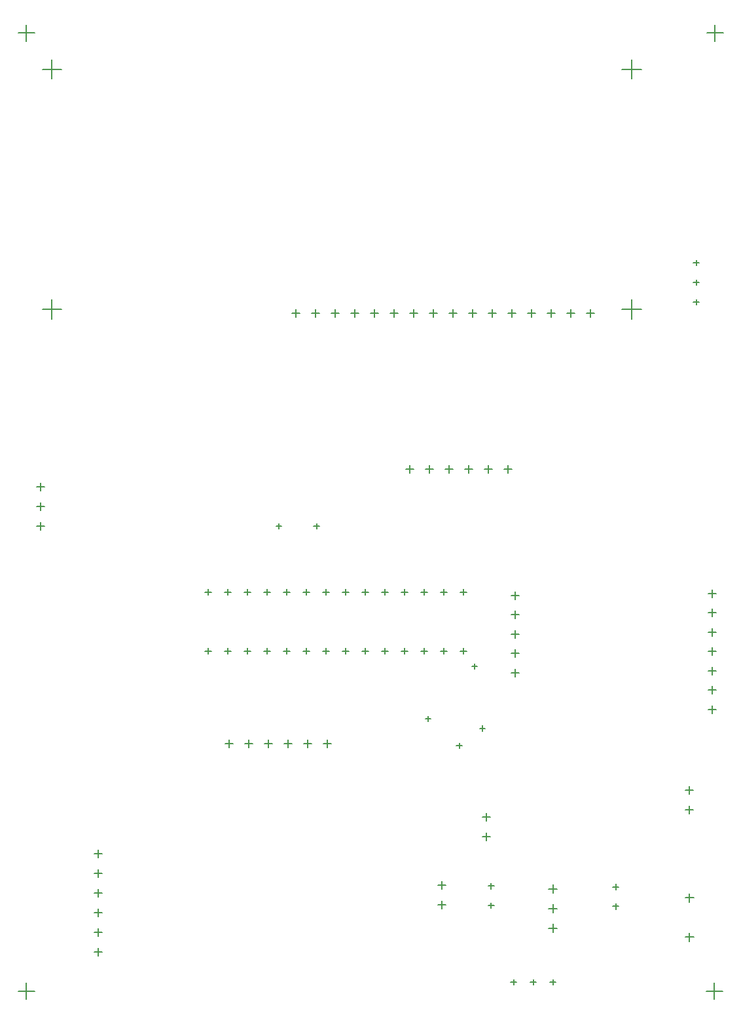
<source format=gbr>
%TF.GenerationSoftware,Altium Limited,Altium Designer,25.6.2 (33)*%
G04 Layer_Color=128*
%FSLAX45Y45*%
%MOMM*%
%TF.SameCoordinates,D625FAC1-649B-4139-A42B-0E7AE4161345*%
%TF.FilePolarity,Positive*%
%TF.FileFunction,Drillmap*%
%TF.Part,Single*%
G01*
G75*
%TA.AperFunction,NonConductor*%
%ADD45C,0.12700*%
D45*
X195000Y12660000D02*
X405000D01*
X300000Y12555000D02*
Y12765000D01*
X195000Y280000D02*
X405000D01*
X300000Y175000D02*
Y385000D01*
X9095000Y280000D02*
X9305000D01*
X9200000Y175000D02*
Y385000D01*
X6477800Y7023100D02*
X6577800D01*
X6527800Y6973100D02*
Y7073100D01*
X6574401Y4393810D02*
X6674401D01*
X6624401Y4343810D02*
Y4443810D01*
X6529500Y9042600D02*
X6629500D01*
X6579500Y8992600D02*
Y9092600D01*
X7545500Y9042600D02*
X7645500D01*
X7595500Y8992600D02*
Y9092600D01*
X431600Y6794500D02*
X533600D01*
X482600Y6743500D02*
Y6845500D01*
X8825000Y2621000D02*
X8925000D01*
X8875000Y2571000D02*
Y2671000D01*
X4138300Y5435600D02*
X4218300D01*
X4178300Y5395600D02*
Y5475600D01*
X4392300Y4673600D02*
X4472300D01*
X4432300Y4633600D02*
Y4713600D01*
X6200000Y2529000D02*
X6300000D01*
X6250000Y2479000D02*
Y2579000D01*
X7887300Y1375600D02*
X7962300D01*
X7924800Y1338100D02*
Y1413100D01*
X6274400Y1636300D02*
X6349400D01*
X6311900Y1598800D02*
Y1673800D01*
X8822300Y977900D02*
X8932300D01*
X8877300Y922900D02*
Y1032900D01*
X6822500Y393700D02*
X6893500D01*
X6858000Y358200D02*
Y429200D01*
X8930700Y9182100D02*
X9001700D01*
X8966200Y9146600D02*
Y9217600D01*
X1180900Y787400D02*
X1282900D01*
X1231900Y736400D02*
Y838400D01*
X4141000Y3479800D02*
X4241000D01*
X4191000Y3429800D02*
Y3529800D01*
X506500Y12192600D02*
X756500D01*
X631500Y12067600D02*
Y12317600D01*
X8006500Y12192600D02*
X8256500D01*
X8131500Y12067600D02*
Y12317600D01*
X8006500Y9092600D02*
X8256500D01*
X8131500Y8967600D02*
Y9217600D01*
X506500Y9092600D02*
X756500D01*
X631500Y8967600D02*
Y9217600D01*
X3735500Y9042600D02*
X3835500D01*
X3785500Y8992600D02*
Y9092600D01*
X3989500Y9042600D02*
X4089500D01*
X4039500Y8992600D02*
Y9092600D01*
X4243500Y9042600D02*
X4343500D01*
X4293500Y8992600D02*
Y9092600D01*
X4497500Y9042600D02*
X4597500D01*
X4547500Y8992600D02*
Y9092600D01*
X4751500Y9042600D02*
X4851500D01*
X4801500Y8992600D02*
Y9092600D01*
X5005500Y9042600D02*
X5105500D01*
X5055500Y8992600D02*
Y9092600D01*
X5259500Y9042600D02*
X5359500D01*
X5309500Y8992600D02*
Y9092600D01*
X5513500Y9042600D02*
X5613500D01*
X5563500Y8992600D02*
Y9092600D01*
X5767500Y9042600D02*
X5867500D01*
X5817500Y8992600D02*
Y9092600D01*
X6021500Y9042600D02*
X6121500D01*
X6071500Y8992600D02*
Y9092600D01*
X6275500Y9042600D02*
X6375500D01*
X6325500Y8992600D02*
Y9092600D01*
X6783500Y9042600D02*
X6883500D01*
X6833500Y8992600D02*
Y9092600D01*
X7037500Y9042600D02*
X7137500D01*
X7087500Y8992600D02*
Y9092600D01*
X7291500Y9042600D02*
X7391500D01*
X7341500Y8992600D02*
Y9092600D01*
X8930700Y9436100D02*
X9001700D01*
X8966200Y9400600D02*
Y9471600D01*
X3376300Y5435600D02*
X3456300D01*
X3416300Y5395600D02*
Y5475600D01*
X5154300Y5435600D02*
X5234300D01*
X5194300Y5395600D02*
Y5475600D01*
X3122300Y5435600D02*
X3202300D01*
X3162300Y5395600D02*
Y5475600D01*
X4900300Y5435600D02*
X4980300D01*
X4940300Y5395600D02*
Y5475600D01*
X8930700Y9690100D02*
X9001700D01*
X8966200Y9654600D02*
Y9725600D01*
X5969800Y7023100D02*
X6069800D01*
X6019800Y6973100D02*
Y7073100D01*
X6574401Y4643811D02*
X6674401D01*
X6624401Y4593811D02*
Y4693811D01*
X5625900Y1651000D02*
X5727900D01*
X5676900Y1600000D02*
Y1702000D01*
X4392300Y5435600D02*
X4472300D01*
X4432300Y5395600D02*
Y5475600D01*
X431608Y6286492D02*
X533608D01*
X482608Y6235492D02*
Y6337492D01*
X3887000Y3479800D02*
X3987000D01*
X3937000Y3429800D02*
Y3529800D01*
X1180900Y1041400D02*
X1282900D01*
X1231900Y990400D02*
Y1092400D01*
X2868300Y5435600D02*
X2948300D01*
X2908300Y5395600D02*
Y5475600D01*
X4646300Y5435600D02*
X4726300D01*
X4686300Y5395600D02*
Y5475600D01*
X9105000Y12660000D02*
X9315000D01*
X9210000Y12555000D02*
Y12765000D01*
X5916300Y5435600D02*
X5996300D01*
X5956300Y5395600D02*
Y5475600D01*
X5662300Y5435600D02*
X5742300D01*
X5702300Y5395600D02*
Y5475600D01*
X5408300Y5435600D02*
X5488300D01*
X5448300Y5395600D02*
Y5475600D01*
X3884300Y5435600D02*
X3964300D01*
X3924300Y5395600D02*
Y5475600D01*
X3630300Y5435600D02*
X3710300D01*
X3670300Y5395600D02*
Y5475600D01*
X2614300Y5435600D02*
X2694300D01*
X2654300Y5395600D02*
Y5475600D01*
X5916300Y4673600D02*
X5996300D01*
X5956300Y4633600D02*
Y4713600D01*
X5662300Y4673600D02*
X5742300D01*
X5702300Y4633600D02*
Y4713600D01*
X5408300Y4673600D02*
X5488300D01*
X5448300Y4633600D02*
Y4713600D01*
X5154300Y4673600D02*
X5234300D01*
X5194300Y4633600D02*
Y4713600D01*
X4900300Y4673600D02*
X4980300D01*
X4940300Y4633600D02*
Y4713600D01*
X4646300Y4673600D02*
X4726300D01*
X4686300Y4633600D02*
Y4713600D01*
X4138300Y4673600D02*
X4218300D01*
X4178300Y4633600D02*
Y4713600D01*
X3884300Y4673600D02*
X3964300D01*
X3924300Y4633600D02*
Y4713600D01*
X3630300Y4673600D02*
X3710300D01*
X3670300Y4633600D02*
Y4713600D01*
X3376300Y4673600D02*
X3456300D01*
X3416300Y4633600D02*
Y4713600D01*
X3122300Y4673600D02*
X3202300D01*
X3162300Y4633600D02*
Y4713600D01*
X2868300Y4673600D02*
X2948300D01*
X2908300Y4633600D02*
Y4713600D01*
X2614300Y4673600D02*
X2694300D01*
X2654300Y4633600D02*
Y4713600D01*
X6574401Y4893804D02*
X6674401D01*
X6624401Y4843804D02*
Y4943804D01*
X1180900Y1295400D02*
X1282900D01*
X1231900Y1244400D02*
Y1346400D01*
X3125003Y3479801D02*
X3225003D01*
X3175003Y3429801D02*
Y3529800D01*
X5715800Y7023100D02*
X5815800D01*
X5765800Y6973100D02*
Y7073100D01*
X3532000Y6286500D02*
X3600000D01*
X3566000Y6252500D02*
Y6320500D01*
X1180900Y1549400D02*
X1282900D01*
X1231900Y1498400D02*
Y1600400D01*
X2871003Y3479801D02*
X2971003D01*
X2921003Y3429801D02*
Y3529800D01*
X431600Y6540500D02*
X533600D01*
X482600Y6489500D02*
Y6591500D01*
X3633000Y3479800D02*
X3733000D01*
X3683000Y3429800D02*
Y3529800D01*
X1180900Y1803400D02*
X1282900D01*
X1231900Y1752400D02*
Y1854400D01*
X3379000Y3479800D02*
X3479000D01*
X3429000Y3429800D02*
Y3529800D01*
X1180900Y2057400D02*
X1282900D01*
X1231900Y2006400D02*
Y2108400D01*
X6574401Y5143797D02*
X6674401D01*
X6624401Y5093797D02*
Y5193797D01*
X4020000Y6286500D02*
X4088000D01*
X4054000Y6252500D02*
Y6320500D01*
X5461803Y7023101D02*
X5561803D01*
X5511803Y6973101D02*
Y7073100D01*
X7054500Y1600200D02*
X7169500D01*
X7112000Y1542700D02*
Y1657700D01*
X7054500Y1346200D02*
X7169500D01*
X7112000Y1288700D02*
Y1403700D01*
X7054500Y1092200D02*
X7169500D01*
X7112000Y1034700D02*
Y1149700D01*
X7887300Y1625600D02*
X7962300D01*
X7924800Y1588100D02*
Y1663100D01*
X8822300Y1485900D02*
X8932300D01*
X8877300Y1430900D02*
Y1540900D01*
X6274400Y1386300D02*
X6349400D01*
X6311900Y1348800D02*
Y1423800D01*
X5625900Y1397000D02*
X5727900D01*
X5676900Y1346000D02*
Y1448000D01*
X7076500Y393700D02*
X7147500D01*
X7112000Y358200D02*
Y429200D01*
X6568500Y393700D02*
X6639500D01*
X6604000Y358200D02*
Y429200D01*
X6200000Y2275000D02*
X6300000D01*
X6250000Y2225000D02*
Y2325000D01*
X8825000Y2875000D02*
X8925000D01*
X8875000Y2825000D02*
Y2925000D01*
X9124399Y3918810D02*
X9224399D01*
X9174399Y3868810D02*
Y3968809D01*
X9124399Y4168811D02*
X9224399D01*
X9174399Y4118811D02*
Y4218810D01*
X9124399Y4418812D02*
X9224399D01*
X9174399Y4368812D02*
Y4468811D01*
X9124399Y4668796D02*
X9224399D01*
X9174399Y4618796D02*
Y4718796D01*
X9124399Y4918797D02*
X9224399D01*
X9174399Y4868797D02*
Y4968797D01*
X9124399Y5168798D02*
X9224399D01*
X9174399Y5118798D02*
Y5218798D01*
X9124399Y5418799D02*
X9224399D01*
X9174399Y5368800D02*
Y5468799D01*
X6574401Y5393798D02*
X6674401D01*
X6624401Y5343798D02*
Y5443798D01*
X6223800Y7023100D02*
X6323800D01*
X6273800Y6973100D02*
Y7073100D01*
X5207803Y7023101D02*
X5307803D01*
X5257803Y6973101D02*
Y7073100D01*
X6064440Y4475000D02*
X6135560D01*
X6100000Y4439440D02*
Y4510560D01*
X5464440Y3800000D02*
X5535560D01*
X5500000Y3764440D02*
Y3835560D01*
X5864440Y3450000D02*
X5935560D01*
X5900000Y3414440D02*
Y3485560D01*
X6164440Y3675000D02*
X6235560D01*
X6200000Y3639440D02*
Y3710560D01*
%TF.MD5,555a0ca095287281a7e19112156c63bf*%
M02*

</source>
